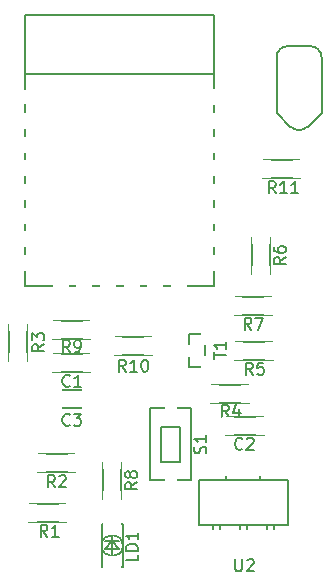
<source format=gbr>
G04 #@! TF.FileFunction,Legend,Top*
%FSLAX46Y46*%
G04 Gerber Fmt 4.6, Leading zero omitted, Abs format (unit mm)*
G04 Created by KiCad (PCBNEW 4.0.2-stable) date 20.4.2016 10:49:15*
%MOMM*%
G01*
G04 APERTURE LIST*
%ADD10C,0.050000*%
%ADD11C,0.150000*%
%ADD12R,1.116000X1.624000*%
%ADD13R,1.827200X1.827200*%
%ADD14O,1.827200X1.827200*%
%ADD15R,1.624000X1.116000*%
%ADD16R,3.100000X1.300000*%
%ADD17O,3.100000X1.300000*%
%ADD18O,1.300000X3.100000*%
%ADD19R,1.624000X1.370000*%
%ADD20C,1.300000*%
%ADD21C,1.100000*%
%ADD22R,1.014400X1.014400*%
%ADD23R,1.370000X1.014400*%
%ADD24R,1.243000X1.751000*%
%ADD25R,3.757600X2.132000*%
%ADD26R,1.116000X2.132000*%
%ADD27R,1.116000X2.894000*%
G04 APERTURE END LIST*
D10*
D11*
X78881870Y-164086160D02*
X78881870Y-162562160D01*
X82031470Y-164086160D02*
X82031470Y-162562160D01*
X82031470Y-162562160D02*
X78881870Y-162562160D01*
X82031470Y-164086160D02*
X78881870Y-164086160D01*
X65330970Y-169928160D02*
X65330970Y-171452160D01*
X62181370Y-169928160D02*
X62181370Y-171452160D01*
X62181370Y-171452160D02*
X65330970Y-171452160D01*
X62181370Y-169928160D02*
X65330970Y-169928160D01*
X66092970Y-165673660D02*
X66092970Y-167197660D01*
X62943370Y-165673660D02*
X62943370Y-167197660D01*
X62943370Y-167197660D02*
X66092970Y-167197660D01*
X62943370Y-165673660D02*
X66092970Y-165673660D01*
X61978170Y-157786960D02*
X60454170Y-157786960D01*
X61978170Y-154637360D02*
X60454170Y-154637360D01*
X60454170Y-154637360D02*
X60454170Y-157786960D01*
X61978170Y-154637360D02*
X61978170Y-157786960D01*
X77611870Y-161355660D02*
X77611870Y-159831660D01*
X80761470Y-161355660D02*
X80761470Y-159831660D01*
X80761470Y-159831660D02*
X77611870Y-159831660D01*
X80761470Y-161355660D02*
X77611870Y-161355660D01*
X79643870Y-157672660D02*
X79643870Y-156148660D01*
X82793470Y-157672660D02*
X82793470Y-156148660D01*
X82793470Y-156148660D02*
X79643870Y-156148660D01*
X82793470Y-157672660D02*
X79643870Y-157672660D01*
X81028170Y-147271360D02*
X82552170Y-147271360D01*
X81028170Y-150420960D02*
X82552170Y-150420960D01*
X82552170Y-150420960D02*
X82552170Y-147271360D01*
X81028170Y-150420960D02*
X81028170Y-147271360D01*
X61852170Y-134480160D02*
X61852170Y-150480160D01*
X77852170Y-134480160D02*
X77852170Y-150480160D01*
X77852170Y-133480160D02*
X61852170Y-133480160D01*
X61852170Y-134480160D02*
X61852170Y-128480160D01*
X61852170Y-128480160D02*
X77852170Y-128480160D01*
X77852170Y-128480160D02*
X77852170Y-134480160D01*
X61852170Y-150480160D02*
X61852170Y-151480160D01*
X61852170Y-151480160D02*
X77852170Y-151480160D01*
X77852170Y-151480160D02*
X77852170Y-150480160D01*
X79580370Y-153862660D02*
X79580370Y-152338660D01*
X82729970Y-153862660D02*
X82729970Y-152338660D01*
X82729970Y-152338660D02*
X79580370Y-152338660D01*
X82729970Y-153862660D02*
X79580370Y-153862660D01*
X68455170Y-166321360D02*
X69979170Y-166321360D01*
X68455170Y-169470960D02*
X69979170Y-169470960D01*
X69979170Y-169470960D02*
X69979170Y-166321360D01*
X68455170Y-169470960D02*
X68455170Y-166321360D01*
X69217170Y-172520660D02*
X69217170Y-174320660D01*
X69817170Y-173020660D02*
X68617170Y-173020660D01*
X69817170Y-173720660D02*
X69217170Y-173020660D01*
X69217170Y-173020660D02*
X68617170Y-173720660D01*
X68617170Y-173720660D02*
X69817170Y-173720660D01*
X70117170Y-173420660D02*
G75*
G03X70117170Y-173420660I-900000J0D01*
G01*
X68330710Y-175264700D02*
X70106170Y-175264700D01*
X70106170Y-175264700D02*
X70106170Y-171584240D01*
X70106170Y-171584240D02*
X68330710Y-171584240D01*
X68330710Y-171584240D02*
X68330710Y-175264700D01*
X86933670Y-132082160D02*
X86933670Y-136768460D01*
X83123670Y-132082160D02*
X83123670Y-136768460D01*
X85752570Y-137949560D02*
X86933670Y-136768460D01*
X84304770Y-137949560D02*
X83123670Y-136768460D01*
X84304770Y-137949560D02*
G75*
G03X85752570Y-137949560I723900J723900D01*
G01*
X84076170Y-131129660D02*
X85981170Y-131129660D01*
X86933670Y-132082160D02*
G75*
G03X85981170Y-131129660I-952500J0D01*
G01*
X84076170Y-131129660D02*
G75*
G03X83123670Y-132082160I0J-952500D01*
G01*
X77092670Y-156210660D02*
X77392670Y-156210660D01*
X77392670Y-156210660D02*
X77392670Y-155710660D01*
X77392670Y-155710660D02*
X77092670Y-155710660D01*
X77092670Y-158110660D02*
X77392670Y-158110660D01*
X77392670Y-158110660D02*
X77392670Y-157610660D01*
X77392670Y-157610660D02*
X77092670Y-157610660D01*
X75692670Y-157210660D02*
X75392670Y-157210660D01*
X75392670Y-157210660D02*
X75392670Y-156610660D01*
X75392670Y-156610660D02*
X75692670Y-156610660D01*
X77092670Y-156910660D02*
X77092670Y-158310660D01*
X77092670Y-158310660D02*
X75692670Y-158310660D01*
X75692670Y-158310660D02*
X75692670Y-155510660D01*
X75692670Y-155510660D02*
X77092670Y-155510660D01*
X77092670Y-155510660D02*
X77092670Y-156910660D01*
X67362970Y-157228160D02*
X67362970Y-158752160D01*
X64213370Y-157228160D02*
X64213370Y-158752160D01*
X64213370Y-158752160D02*
X67362970Y-158752160D01*
X64213370Y-157228160D02*
X67362970Y-157228160D01*
X64835670Y-161800160D02*
X64835670Y-160276160D01*
X64708670Y-161800160D02*
X64708670Y-160276160D01*
X64581670Y-161800160D02*
X64581670Y-160276160D01*
X64454670Y-161800160D02*
X64454670Y-160276160D01*
X64327670Y-161800160D02*
X64327670Y-160276160D01*
X64200670Y-161800160D02*
X64200670Y-160276160D01*
X67375670Y-161800160D02*
X67375670Y-160276160D01*
X67375670Y-160276160D02*
X64200670Y-160276160D01*
X67375670Y-161800160D02*
X64200670Y-161800160D01*
X67362970Y-154434160D02*
X67362970Y-155958160D01*
X64213370Y-154434160D02*
X64213370Y-155958160D01*
X64213370Y-155958160D02*
X67362970Y-155958160D01*
X64213370Y-154434160D02*
X67362970Y-154434160D01*
X72569970Y-155767660D02*
X72569970Y-157291660D01*
X69420370Y-155767660D02*
X69420370Y-157291660D01*
X69420370Y-157291660D02*
X72569970Y-157291660D01*
X69420370Y-155767660D02*
X72569970Y-155767660D01*
X82329670Y-171701160D02*
X82329670Y-173401160D01*
X82329670Y-173401160D02*
X82929670Y-173401160D01*
X82929670Y-173401160D02*
X82929670Y-171701160D01*
X80029670Y-171701160D02*
X80029670Y-173401160D01*
X80029670Y-173401160D02*
X80629670Y-173401160D01*
X80629670Y-173401160D02*
X80629670Y-171801160D01*
X77729670Y-171701160D02*
X77729670Y-173401160D01*
X77729670Y-173401160D02*
X78329670Y-173401160D01*
X78329670Y-173401160D02*
X78329670Y-171701160D01*
X78829670Y-167901160D02*
X78829670Y-166201160D01*
X78829670Y-166201160D02*
X81729670Y-166201160D01*
X81729670Y-166201160D02*
X81729670Y-167901160D01*
X76529670Y-171701160D02*
X84129670Y-171701160D01*
X84129670Y-171701160D02*
X84129670Y-167901160D01*
X84129670Y-167901160D02*
X76529670Y-167901160D01*
X76529670Y-167901160D02*
X76529670Y-171701160D01*
X81993370Y-142305660D02*
X81993370Y-140781660D01*
X85142970Y-142305660D02*
X85142970Y-140781660D01*
X85142970Y-140781660D02*
X81993370Y-140781660D01*
X85142970Y-142305660D02*
X81993370Y-142305660D01*
X73377690Y-164848160D02*
X73377690Y-163341940D01*
X73377690Y-163341940D02*
X74962650Y-163341940D01*
X74962650Y-163341940D02*
X74962650Y-166354380D01*
X74962650Y-166354380D02*
X73377690Y-166354380D01*
X73377690Y-166354380D02*
X73377690Y-164848160D01*
X75915150Y-161833180D02*
X75915150Y-167888540D01*
X75915150Y-167888540D02*
X72425190Y-167888540D01*
X72425190Y-167888540D02*
X72425190Y-161795080D01*
X72425190Y-161795080D02*
X75915150Y-161795080D01*
X75915150Y-161795080D02*
X75915150Y-161833180D01*
X80226504Y-165205303D02*
X80178885Y-165252922D01*
X80036028Y-165300541D01*
X79940790Y-165300541D01*
X79797932Y-165252922D01*
X79702694Y-165157684D01*
X79655075Y-165062446D01*
X79607456Y-164871970D01*
X79607456Y-164729112D01*
X79655075Y-164538636D01*
X79702694Y-164443398D01*
X79797932Y-164348160D01*
X79940790Y-164300541D01*
X80036028Y-164300541D01*
X80178885Y-164348160D01*
X80226504Y-164395779D01*
X80607456Y-164395779D02*
X80655075Y-164348160D01*
X80750313Y-164300541D01*
X80988409Y-164300541D01*
X81083647Y-164348160D01*
X81131266Y-164395779D01*
X81178885Y-164491017D01*
X81178885Y-164586255D01*
X81131266Y-164729112D01*
X80559837Y-165300541D01*
X81178885Y-165300541D01*
X63716504Y-172666541D02*
X63383170Y-172190350D01*
X63145075Y-172666541D02*
X63145075Y-171666541D01*
X63526028Y-171666541D01*
X63621266Y-171714160D01*
X63668885Y-171761779D01*
X63716504Y-171857017D01*
X63716504Y-171999874D01*
X63668885Y-172095112D01*
X63621266Y-172142731D01*
X63526028Y-172190350D01*
X63145075Y-172190350D01*
X64668885Y-172666541D02*
X64097456Y-172666541D01*
X64383170Y-172666541D02*
X64383170Y-171666541D01*
X64287932Y-171809398D01*
X64192694Y-171904636D01*
X64097456Y-171952255D01*
X64351504Y-168475541D02*
X64018170Y-167999350D01*
X63780075Y-168475541D02*
X63780075Y-167475541D01*
X64161028Y-167475541D01*
X64256266Y-167523160D01*
X64303885Y-167570779D01*
X64351504Y-167666017D01*
X64351504Y-167808874D01*
X64303885Y-167904112D01*
X64256266Y-167951731D01*
X64161028Y-167999350D01*
X63780075Y-167999350D01*
X64732456Y-167570779D02*
X64780075Y-167523160D01*
X64875313Y-167475541D01*
X65113409Y-167475541D01*
X65208647Y-167523160D01*
X65256266Y-167570779D01*
X65303885Y-167666017D01*
X65303885Y-167761255D01*
X65256266Y-167904112D01*
X64684837Y-168475541D01*
X65303885Y-168475541D01*
X63446551Y-156378826D02*
X62970360Y-156712160D01*
X63446551Y-156950255D02*
X62446551Y-156950255D01*
X62446551Y-156569302D01*
X62494170Y-156474064D01*
X62541789Y-156426445D01*
X62637027Y-156378826D01*
X62779884Y-156378826D01*
X62875122Y-156426445D01*
X62922741Y-156474064D01*
X62970360Y-156569302D01*
X62970360Y-156950255D01*
X62446551Y-156045493D02*
X62446551Y-155426445D01*
X62827503Y-155759779D01*
X62827503Y-155616921D01*
X62875122Y-155521683D01*
X62922741Y-155474064D01*
X63017980Y-155426445D01*
X63256075Y-155426445D01*
X63351313Y-155474064D01*
X63398932Y-155521683D01*
X63446551Y-155616921D01*
X63446551Y-155902636D01*
X63398932Y-155997874D01*
X63351313Y-156045493D01*
X79083504Y-162506541D02*
X78750170Y-162030350D01*
X78512075Y-162506541D02*
X78512075Y-161506541D01*
X78893028Y-161506541D01*
X78988266Y-161554160D01*
X79035885Y-161601779D01*
X79083504Y-161697017D01*
X79083504Y-161839874D01*
X79035885Y-161935112D01*
X78988266Y-161982731D01*
X78893028Y-162030350D01*
X78512075Y-162030350D01*
X79940647Y-161839874D02*
X79940647Y-162506541D01*
X79702551Y-161458922D02*
X79464456Y-162173208D01*
X80083504Y-162173208D01*
X81115504Y-158950541D02*
X80782170Y-158474350D01*
X80544075Y-158950541D02*
X80544075Y-157950541D01*
X80925028Y-157950541D01*
X81020266Y-157998160D01*
X81067885Y-158045779D01*
X81115504Y-158141017D01*
X81115504Y-158283874D01*
X81067885Y-158379112D01*
X81020266Y-158426731D01*
X80925028Y-158474350D01*
X80544075Y-158474350D01*
X82020266Y-157950541D02*
X81544075Y-157950541D01*
X81496456Y-158426731D01*
X81544075Y-158379112D01*
X81639313Y-158331493D01*
X81877409Y-158331493D01*
X81972647Y-158379112D01*
X82020266Y-158426731D01*
X82067885Y-158521970D01*
X82067885Y-158760065D01*
X82020266Y-158855303D01*
X81972647Y-158902922D01*
X81877409Y-158950541D01*
X81639313Y-158950541D01*
X81544075Y-158902922D01*
X81496456Y-158855303D01*
X83893551Y-149012826D02*
X83417360Y-149346160D01*
X83893551Y-149584255D02*
X82893551Y-149584255D01*
X82893551Y-149203302D01*
X82941170Y-149108064D01*
X82988789Y-149060445D01*
X83084027Y-149012826D01*
X83226884Y-149012826D01*
X83322122Y-149060445D01*
X83369741Y-149108064D01*
X83417360Y-149203302D01*
X83417360Y-149584255D01*
X82893551Y-148155683D02*
X82893551Y-148346160D01*
X82941170Y-148441398D01*
X82988789Y-148489017D01*
X83131646Y-148584255D01*
X83322122Y-148631874D01*
X83703075Y-148631874D01*
X83798313Y-148584255D01*
X83845932Y-148536636D01*
X83893551Y-148441398D01*
X83893551Y-148250921D01*
X83845932Y-148155683D01*
X83798313Y-148108064D01*
X83703075Y-148060445D01*
X83464980Y-148060445D01*
X83369741Y-148108064D01*
X83322122Y-148155683D01*
X83274503Y-148250921D01*
X83274503Y-148441398D01*
X83322122Y-148536636D01*
X83369741Y-148584255D01*
X83464980Y-148631874D01*
X80988504Y-155140541D02*
X80655170Y-154664350D01*
X80417075Y-155140541D02*
X80417075Y-154140541D01*
X80798028Y-154140541D01*
X80893266Y-154188160D01*
X80940885Y-154235779D01*
X80988504Y-154331017D01*
X80988504Y-154473874D01*
X80940885Y-154569112D01*
X80893266Y-154616731D01*
X80798028Y-154664350D01*
X80417075Y-154664350D01*
X81321837Y-154140541D02*
X81988504Y-154140541D01*
X81559932Y-155140541D01*
X71320551Y-168062826D02*
X70844360Y-168396160D01*
X71320551Y-168634255D02*
X70320551Y-168634255D01*
X70320551Y-168253302D01*
X70368170Y-168158064D01*
X70415789Y-168110445D01*
X70511027Y-168062826D01*
X70653884Y-168062826D01*
X70749122Y-168110445D01*
X70796741Y-168158064D01*
X70844360Y-168253302D01*
X70844360Y-168634255D01*
X70749122Y-167491398D02*
X70701503Y-167586636D01*
X70653884Y-167634255D01*
X70558646Y-167681874D01*
X70511027Y-167681874D01*
X70415789Y-167634255D01*
X70368170Y-167586636D01*
X70320551Y-167491398D01*
X70320551Y-167300921D01*
X70368170Y-167205683D01*
X70415789Y-167158064D01*
X70511027Y-167110445D01*
X70558646Y-167110445D01*
X70653884Y-167158064D01*
X70701503Y-167205683D01*
X70749122Y-167300921D01*
X70749122Y-167491398D01*
X70796741Y-167586636D01*
X70844360Y-167634255D01*
X70939599Y-167681874D01*
X71130075Y-167681874D01*
X71225313Y-167634255D01*
X71272932Y-167586636D01*
X71320551Y-167491398D01*
X71320551Y-167300921D01*
X71272932Y-167205683D01*
X71225313Y-167158064D01*
X71130075Y-167110445D01*
X70939599Y-167110445D01*
X70844360Y-167158064D01*
X70796741Y-167205683D01*
X70749122Y-167300921D01*
X71369551Y-174187326D02*
X71369551Y-174663517D01*
X70369551Y-174663517D01*
X71369551Y-173853993D02*
X70369551Y-173853993D01*
X70369551Y-173615898D01*
X70417170Y-173473040D01*
X70512408Y-173377802D01*
X70607646Y-173330183D01*
X70798122Y-173282564D01*
X70940980Y-173282564D01*
X71131456Y-173330183D01*
X71226694Y-173377802D01*
X71321932Y-173473040D01*
X71369551Y-173615898D01*
X71369551Y-173853993D01*
X71369551Y-172330183D02*
X71369551Y-172901612D01*
X71369551Y-172615898D02*
X70369551Y-172615898D01*
X70512408Y-172711136D01*
X70607646Y-172806374D01*
X70655265Y-172901612D01*
X77813551Y-157609065D02*
X77813551Y-157037636D01*
X78813551Y-157323351D02*
X77813551Y-157323351D01*
X78813551Y-156180493D02*
X78813551Y-156751922D01*
X78813551Y-156466208D02*
X77813551Y-156466208D01*
X77956408Y-156561446D01*
X78051646Y-156656684D01*
X78099265Y-156751922D01*
X65621504Y-159871303D02*
X65573885Y-159918922D01*
X65431028Y-159966541D01*
X65335790Y-159966541D01*
X65192932Y-159918922D01*
X65097694Y-159823684D01*
X65050075Y-159728446D01*
X65002456Y-159537970D01*
X65002456Y-159395112D01*
X65050075Y-159204636D01*
X65097694Y-159109398D01*
X65192932Y-159014160D01*
X65335790Y-158966541D01*
X65431028Y-158966541D01*
X65573885Y-159014160D01*
X65621504Y-159061779D01*
X66573885Y-159966541D02*
X66002456Y-159966541D01*
X66288170Y-159966541D02*
X66288170Y-158966541D01*
X66192932Y-159109398D01*
X66097694Y-159204636D01*
X66002456Y-159252255D01*
X65621504Y-163173303D02*
X65573885Y-163220922D01*
X65431028Y-163268541D01*
X65335790Y-163268541D01*
X65192932Y-163220922D01*
X65097694Y-163125684D01*
X65050075Y-163030446D01*
X65002456Y-162839970D01*
X65002456Y-162697112D01*
X65050075Y-162506636D01*
X65097694Y-162411398D01*
X65192932Y-162316160D01*
X65335790Y-162268541D01*
X65431028Y-162268541D01*
X65573885Y-162316160D01*
X65621504Y-162363779D01*
X65954837Y-162268541D02*
X66573885Y-162268541D01*
X66240551Y-162649493D01*
X66383409Y-162649493D01*
X66478647Y-162697112D01*
X66526266Y-162744731D01*
X66573885Y-162839970D01*
X66573885Y-163078065D01*
X66526266Y-163173303D01*
X66478647Y-163220922D01*
X66383409Y-163268541D01*
X66097694Y-163268541D01*
X66002456Y-163220922D01*
X65954837Y-163173303D01*
X65621504Y-157045541D02*
X65288170Y-156569350D01*
X65050075Y-157045541D02*
X65050075Y-156045541D01*
X65431028Y-156045541D01*
X65526266Y-156093160D01*
X65573885Y-156140779D01*
X65621504Y-156236017D01*
X65621504Y-156378874D01*
X65573885Y-156474112D01*
X65526266Y-156521731D01*
X65431028Y-156569350D01*
X65050075Y-156569350D01*
X66097694Y-157045541D02*
X66288170Y-157045541D01*
X66383409Y-156997922D01*
X66431028Y-156950303D01*
X66526266Y-156807446D01*
X66573885Y-156616970D01*
X66573885Y-156236017D01*
X66526266Y-156140779D01*
X66478647Y-156093160D01*
X66383409Y-156045541D01*
X66192932Y-156045541D01*
X66097694Y-156093160D01*
X66050075Y-156140779D01*
X66002456Y-156236017D01*
X66002456Y-156474112D01*
X66050075Y-156569350D01*
X66097694Y-156616970D01*
X66192932Y-156664589D01*
X66383409Y-156664589D01*
X66478647Y-156616970D01*
X66526266Y-156569350D01*
X66573885Y-156474112D01*
X70352313Y-158696541D02*
X70018979Y-158220350D01*
X69780884Y-158696541D02*
X69780884Y-157696541D01*
X70161837Y-157696541D01*
X70257075Y-157744160D01*
X70304694Y-157791779D01*
X70352313Y-157887017D01*
X70352313Y-158029874D01*
X70304694Y-158125112D01*
X70257075Y-158172731D01*
X70161837Y-158220350D01*
X69780884Y-158220350D01*
X71304694Y-158696541D02*
X70733265Y-158696541D01*
X71018979Y-158696541D02*
X71018979Y-157696541D01*
X70923741Y-157839398D01*
X70828503Y-157934636D01*
X70733265Y-157982255D01*
X71923741Y-157696541D02*
X72018980Y-157696541D01*
X72114218Y-157744160D01*
X72161837Y-157791779D01*
X72209456Y-157887017D01*
X72257075Y-158077493D01*
X72257075Y-158315589D01*
X72209456Y-158506065D01*
X72161837Y-158601303D01*
X72114218Y-158648922D01*
X72018980Y-158696541D01*
X71923741Y-158696541D01*
X71828503Y-158648922D01*
X71780884Y-158601303D01*
X71733265Y-158506065D01*
X71685646Y-158315589D01*
X71685646Y-158077493D01*
X71733265Y-157887017D01*
X71780884Y-157791779D01*
X71828503Y-157744160D01*
X71923741Y-157696541D01*
X79631265Y-174587541D02*
X79631265Y-175397065D01*
X79678884Y-175492303D01*
X79726503Y-175539922D01*
X79821741Y-175587541D01*
X80012218Y-175587541D01*
X80107456Y-175539922D01*
X80155075Y-175492303D01*
X80202694Y-175397065D01*
X80202694Y-174587541D01*
X80631265Y-174682779D02*
X80678884Y-174635160D01*
X80774122Y-174587541D01*
X81012218Y-174587541D01*
X81107456Y-174635160D01*
X81155075Y-174682779D01*
X81202694Y-174778017D01*
X81202694Y-174873255D01*
X81155075Y-175016112D01*
X80583646Y-175587541D01*
X81202694Y-175587541D01*
X83052313Y-143583541D02*
X82718979Y-143107350D01*
X82480884Y-143583541D02*
X82480884Y-142583541D01*
X82861837Y-142583541D01*
X82957075Y-142631160D01*
X83004694Y-142678779D01*
X83052313Y-142774017D01*
X83052313Y-142916874D01*
X83004694Y-143012112D01*
X82957075Y-143059731D01*
X82861837Y-143107350D01*
X82480884Y-143107350D01*
X84004694Y-143583541D02*
X83433265Y-143583541D01*
X83718979Y-143583541D02*
X83718979Y-142583541D01*
X83623741Y-142726398D01*
X83528503Y-142821636D01*
X83433265Y-142869255D01*
X84957075Y-143583541D02*
X84385646Y-143583541D01*
X84671360Y-143583541D02*
X84671360Y-142583541D01*
X84576122Y-142726398D01*
X84480884Y-142821636D01*
X84385646Y-142869255D01*
X77114932Y-165610065D02*
X77162551Y-165467208D01*
X77162551Y-165229112D01*
X77114932Y-165133874D01*
X77067313Y-165086255D01*
X76972075Y-165038636D01*
X76876837Y-165038636D01*
X76781599Y-165086255D01*
X76733980Y-165133874D01*
X76686360Y-165229112D01*
X76638741Y-165419589D01*
X76591122Y-165514827D01*
X76543503Y-165562446D01*
X76448265Y-165610065D01*
X76353027Y-165610065D01*
X76257789Y-165562446D01*
X76210170Y-165514827D01*
X76162551Y-165419589D01*
X76162551Y-165181493D01*
X76210170Y-165038636D01*
X77162551Y-164086255D02*
X77162551Y-164657684D01*
X77162551Y-164371970D02*
X76162551Y-164371970D01*
X76305408Y-164467208D01*
X76400646Y-164562446D01*
X76448265Y-164657684D01*
%LPC*%
D12*
X81884150Y-163324160D03*
X79029190Y-163324160D03*
D13*
X87632170Y-147957160D03*
D14*
X85092170Y-147957160D03*
X87632170Y-150497160D03*
X85092170Y-150497160D03*
X87632170Y-153037160D03*
X85092170Y-153037160D03*
X87632170Y-155577160D03*
X85092170Y-155577160D03*
X87632170Y-158117160D03*
X85092170Y-158117160D03*
D12*
X62328690Y-170690160D03*
X65183650Y-170690160D03*
X63090690Y-166435660D03*
X65945650Y-166435660D03*
D15*
X61216170Y-154784680D03*
X61216170Y-157639640D03*
D12*
X80614150Y-160593660D03*
X77759190Y-160593660D03*
X82646150Y-156910660D03*
X79791190Y-156910660D03*
D15*
X81790170Y-150273640D03*
X81790170Y-147418680D03*
D16*
X61852170Y-135480160D03*
D17*
X61852170Y-137480160D03*
X61852170Y-139480160D03*
X61852170Y-141480160D03*
X61852170Y-143480160D03*
X61852170Y-145480160D03*
X61852170Y-147480160D03*
X61852170Y-149480160D03*
X77852170Y-149480160D03*
X77852170Y-147480160D03*
X77852170Y-143480160D03*
X77852170Y-141480160D03*
X77852170Y-139480160D03*
X77852170Y-137480160D03*
X77852170Y-135480160D03*
X77852170Y-145480160D03*
D18*
X74852170Y-151480160D03*
X72852170Y-151480160D03*
X70852170Y-151480160D03*
X68852170Y-151480160D03*
X66852170Y-151480160D03*
X64852170Y-151480160D03*
D12*
X82582650Y-153100660D03*
X79727690Y-153100660D03*
D15*
X69217170Y-169323640D03*
X69217170Y-166468680D03*
D19*
X69217170Y-171833160D03*
X69217170Y-175008160D03*
D20*
X84028670Y-135685660D03*
D21*
X85028670Y-137185660D03*
X84028670Y-132085660D03*
X86028670Y-132085660D03*
D20*
X86028670Y-135685660D03*
X86028670Y-133685660D03*
X84028670Y-133685660D03*
D22*
X77268970Y-157863160D03*
X77268970Y-155958160D03*
D23*
X75341110Y-156910660D03*
D12*
X64360690Y-157990160D03*
X67215650Y-157990160D03*
D24*
X64360690Y-161038160D03*
X67215650Y-161038160D03*
D12*
X64360690Y-155196160D03*
X67215650Y-155196160D03*
X69567690Y-156529660D03*
X72422650Y-156529660D03*
D25*
X80329670Y-166499160D03*
D26*
X80329670Y-173103160D03*
X82615670Y-173103160D03*
X78043670Y-173103160D03*
D12*
X84995650Y-141543660D03*
X82140690Y-141543660D03*
D27*
X74170170Y-168101900D03*
X74170170Y-161594420D03*
M02*

</source>
